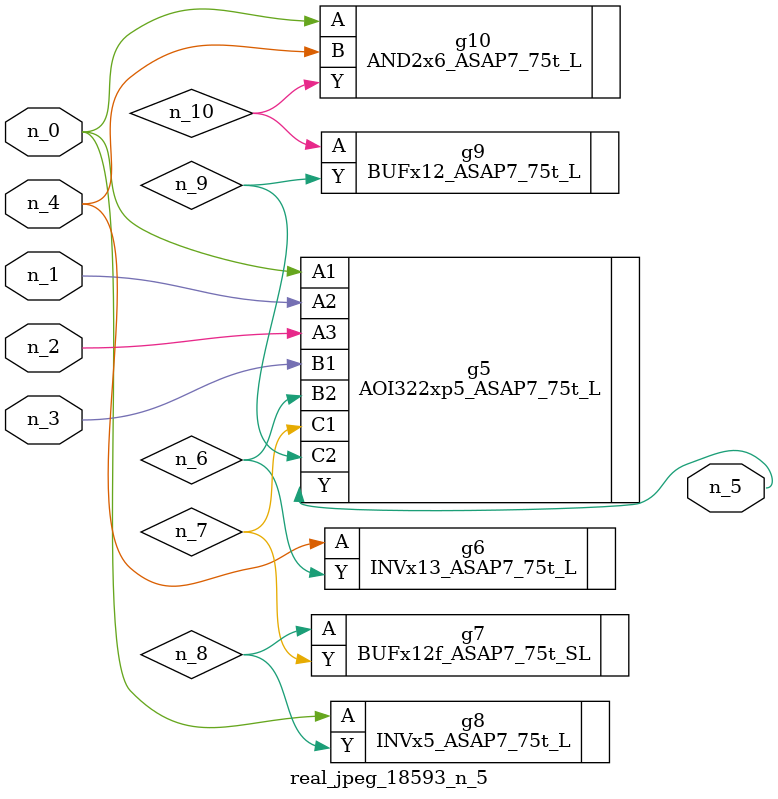
<source format=v>
module real_jpeg_18593_n_5 (n_4, n_0, n_1, n_2, n_3, n_5);

input n_4;
input n_0;
input n_1;
input n_2;
input n_3;

output n_5;

wire n_8;
wire n_6;
wire n_7;
wire n_10;
wire n_9;

AOI322xp5_ASAP7_75t_L g5 ( 
.A1(n_0),
.A2(n_1),
.A3(n_2),
.B1(n_3),
.B2(n_6),
.C1(n_7),
.C2(n_9),
.Y(n_5)
);

INVx5_ASAP7_75t_L g8 ( 
.A(n_0),
.Y(n_8)
);

AND2x6_ASAP7_75t_L g10 ( 
.A(n_0),
.B(n_4),
.Y(n_10)
);

INVx13_ASAP7_75t_L g6 ( 
.A(n_4),
.Y(n_6)
);

BUFx12f_ASAP7_75t_SL g7 ( 
.A(n_8),
.Y(n_7)
);

BUFx12_ASAP7_75t_L g9 ( 
.A(n_10),
.Y(n_9)
);


endmodule
</source>
